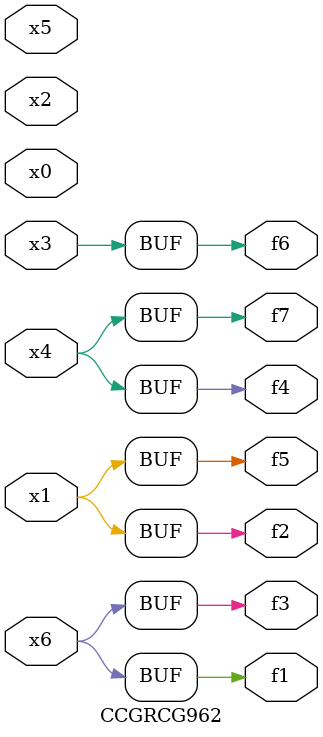
<source format=v>
module CCGRCG962(
	input x0, x1, x2, x3, x4, x5, x6,
	output f1, f2, f3, f4, f5, f6, f7
);
	assign f1 = x6;
	assign f2 = x1;
	assign f3 = x6;
	assign f4 = x4;
	assign f5 = x1;
	assign f6 = x3;
	assign f7 = x4;
endmodule

</source>
